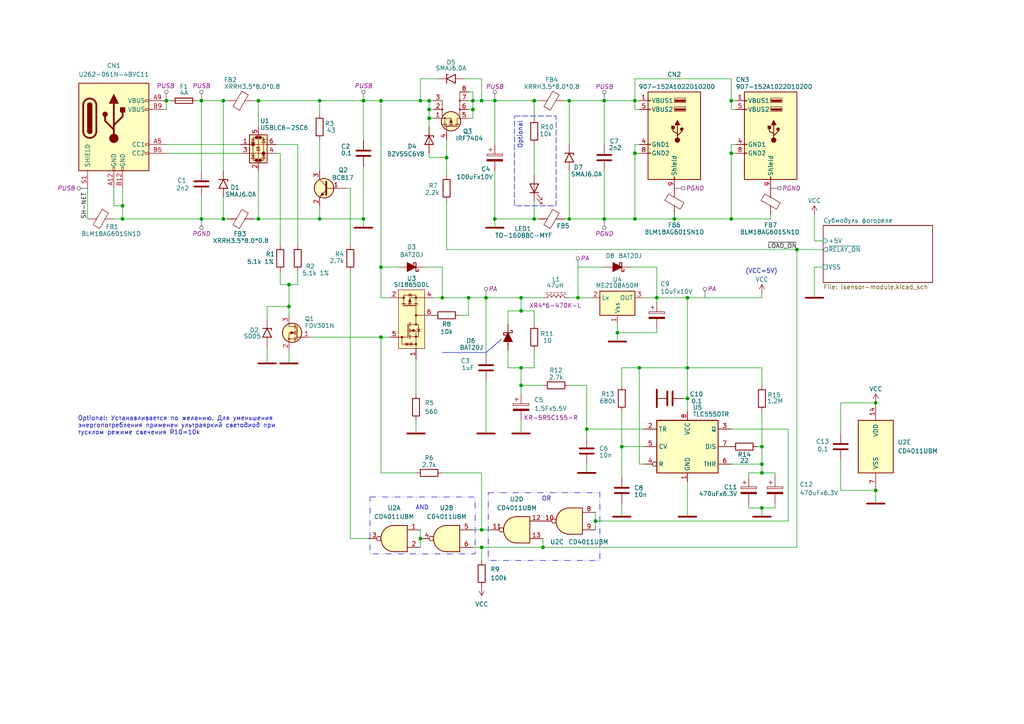
<source format=kicad_sch>
(kicad_sch (version 20231120) (generator "eeschema") (generator_version "8.0")
  (paper "A4")
  (title_block (title "Высокочувствительное фотореле с микропотреблением") (date "2024-05-12") (rev "1.0") (comment 1 "Э04.01.01 Э3") (comment 2 "В.Иншаков"))
  (junction (at 220.98 134.62))
  (junction (at 167.64 86.36))
  (junction (at 184.15 63.5))
  (junction (at 124.46 31.75))
  (junction (at 165.1 29.21))
  (junction (at 154.94 63.5))
  (junction (at 190.5 86.36))
  (junction (at 184.15 29.21))
  (junction (at 110.49 29.21))
  (junction (at 180.34 129.54))
  (junction (at 175.26 63.5))
  (junction (at 212.09 44.45))
  (junction (at 165.1 63.5))
  (junction (at 129.54 45.72))
  (junction (at 139.7 153.67))
  (junction (at 105.41 29.21))
  (junction (at 121.92 29.21))
  (junction (at 151.13 90.17))
  (junction (at 124.46 29.21))
  (junction (at 185.42 106.68))
  (junction (at 220.98 147.32))
  (junction (at 121.92 156.21))
  (junction (at 139.7 29.21))
  (junction (at 83.82 82.55))
  (junction (at 48.26 29.21))
  (junction (at 58.42 63.5))
  (junction (at 110.49 77.47))
  (junction (at 92.71 29.21))
  (junction (at 140.97 86.36))
  (junction (at 143.51 63.5))
  (junction (at 143.51 29.21))
  (junction (at 64.77 29.21))
  (junction (at 124.46 34.29))
  (junction (at 110.49 97.79))
  (junction (at 64.77 63.5))
  (junction (at 175.26 29.21))
  (junction (at 220.98 129.54))
  (junction (at 157.48 158.75))
  (junction (at 58.42 29.21))
  (junction (at 151.13 111.76))
  (junction (at 151.13 106.68))
  (junction (at 128.27 86.36))
  (junction (at 199.39 115.57))
  (junction (at 179.07 96.52))
  (junction (at 220.98 137.16))
  (junction (at 199.39 86.36))
  (junction (at 154.94 29.21))
  (junction (at 195.58 63.5))
  (junction (at 231.14 72.39))
  (junction (at 35.56 59.69))
  (junction (at 137.16 29.21))
  (junction (at 105.41 63.5))
  (junction (at 172.72 151.13))
  (junction (at 254 116.84))
  (junction (at 83.82 88.9))
  (junction (at 137.16 31.75))
  (junction (at 170.18 124.46))
  (junction (at 92.71 63.5))
  (junction (at 254 142.24))
  (junction (at 139.7 158.75))
  (junction (at 151.13 86.36))
  (junction (at 135.89 86.36))
  (junction (at 74.93 63.5))
  (junction (at 35.56 63.5))
  (junction (at 184.15 44.45))
  (junction (at 212.09 63.5))
  (junction (at 74.93 29.21))
  (junction (at 199.39 106.68))
  (junction (at 212.09 29.21))
  (wire (pts (xy 137.16 31.75) (xy 137.16 29.21)))
  (wire (pts (xy 199.39 106.68) (xy 199.39 115.57)))
  (wire (pts (xy 105.41 48.26) (xy 105.41 63.5)))
  (wire (pts (xy 110.49 77.47) (xy 110.49 29.21)))
  (wire (pts (xy 120.65 137.16) (xy 110.49 137.16)))
  (wire (pts (xy 175.26 41.91) (xy 175.26 29.21)))
  (wire (pts (xy 121.92 153.67) (xy 121.92 156.21)))
  (wire (pts (xy 110.49 29.21) (xy 121.92 29.21)))
  (wire (pts (xy 129.54 72.39) (xy 231.14 72.39)))
  (wire (pts (xy 220.98 147.32) (xy 224.79 147.32)))
  (wire (pts (xy 236.22 77.47) (xy 238.76 77.47)))
  (wire (pts (xy 212.09 31.75) (xy 213.36 31.75)))
  (wire (pts (xy 243.84 142.24) (xy 254 142.24)))
  (wire (pts (xy 35.56 63.5) (xy 58.42 63.5)))
  (wire (pts (xy 231.14 72.39) (xy 238.76 72.39)))
  (wire (pts (xy 86.36 82.55) (xy 86.36 78.74)))
  (wire (pts (xy 231.14 72.39) (xy 231.14 158.75)))
  (wire (pts (xy 77.47 92.71) (xy 77.47 88.9)))
  (wire (pts (xy 212.09 63.5) (xy 223.52 63.5)))
  (wire (pts (xy 73.66 29.21) (xy 74.93 29.21)))
  (wire (pts (xy 151.13 111.76) (xy 157.48 111.76)))
  (wire (pts (xy 165.1 29.21) (xy 175.26 29.21)))
  (wire (pts (xy 182.88 77.47) (xy 190.5 77.47)))
  (wire (pts (xy 220.98 137.16) (xy 224.79 137.16)))
  (wire (pts (xy 172.72 151.13) (xy 172.72 153.67)))
  (wire (pts (xy 236.22 77.47) (xy 236.22 86.36)))
  (wire (pts (xy 80.01 41.91) (xy 86.36 41.91)))
  (wire (pts (xy 165.1 63.5) (xy 175.26 63.5)))
  (wire (pts (xy 243.84 116.84) (xy 254 116.84)))
  (wire (pts (xy 180.34 138.43) (xy 180.34 129.54)))
  (wire (pts (xy 137.16 34.29) (xy 137.16 31.75)))
  (wire (pts (xy 186.69 86.36) (xy 190.5 86.36)))
  (wire (pts (xy 64.77 29.21) (xy 64.77 49.53)))
  (wire (pts (xy 212.09 124.46) (xy 228.6 124.46)))
  (wire (pts (xy 163.83 29.21) (xy 165.1 29.21)))
  (wire (pts (xy 151.13 86.36) (xy 157.48 86.36)))
  (wire (pts (xy 137.16 26.67) (xy 135.89 26.67)))
  (wire (pts (xy 165.1 86.36) (xy 167.64 86.36)))
  (wire (pts (xy 220.98 147.32) (xy 220.98 149.86)))
  (wire (pts (xy 140.97 102.87) (xy 140.97 86.36)))
  (wire (pts (xy 125.73 86.36) (xy 128.27 86.36)))
  (wire (pts (xy 139.7 29.21) (xy 137.16 29.21)))
  (wire (pts (xy 172.72 148.59) (xy 172.72 151.13)))
  (wire (pts (xy 170.18 124.46) (xy 170.18 111.76)))
  (wire (pts (xy 110.49 97.79) (xy 110.49 137.16)))
  (wire (pts (xy 224.79 137.16) (xy 224.79 138.43)))
  (polyline (pts (xy 145.415 98.425) (xy 140.97 102.235)))
  (wire (pts (xy 184.15 44.45) (xy 185.42 44.45)))
  (wire (pts (xy 220.98 85.09) (xy 220.98 86.36)))
  (wire (pts (xy 135.89 29.21) (xy 137.16 29.21)))
  (wire (pts (xy 220.98 119.38) (xy 220.98 129.54)))
  (wire (pts (xy 83.82 82.55) (xy 86.36 82.55)))
  (wire (pts (xy 243.84 133.35) (xy 243.84 142.24)))
  (wire (pts (xy 220.98 129.54) (xy 220.98 134.62)))
  (wire (pts (xy 125.73 34.29) (xy 124.46 34.29)))
  (wire (pts (xy 184.15 31.75) (xy 184.15 29.21)))
  (wire (pts (xy 185.42 31.75) (xy 184.15 31.75)))
  (wire (pts (xy 151.13 90.17) (xy 154.94 90.17)))
  (wire (pts (xy 143.51 41.91) (xy 143.51 29.21)))
  (wire (pts (xy 212.09 44.45) (xy 213.36 44.45)))
  (wire (pts (xy 175.26 77.47) (xy 167.64 77.47)))
  (wire (pts (xy 139.7 158.75) (xy 157.48 158.75)))
  (wire (pts (xy 137.16 153.67) (xy 139.7 153.67)))
  (wire (pts (xy 105.41 29.21) (xy 110.49 29.21)))
  (wire (pts (xy 184.15 44.45) (xy 184.15 63.5)))
  (wire (pts (xy 228.6 124.46) (xy 228.6 151.13)))
  (wire (pts (xy 73.66 63.5) (xy 74.93 63.5)))
  (wire (pts (xy 186.69 134.62) (xy 185.42 134.62)))
  (wire (pts (xy 140.97 110.49) (xy 140.97 125.73)))
  (wire (pts (xy 124.46 34.29) (xy 124.46 36.83)))
  (wire (pts (xy 135.89 34.29) (xy 137.16 34.29)))
  (wire (pts (xy 58.42 57.15) (xy 58.42 63.5)))
  (wire (pts (xy 124.46 34.29) (xy 124.46 31.75)))
  (wire (pts (xy 184.15 22.86) (xy 184.15 29.21)))
  (wire (pts (xy 25.4 54.61) (xy 25.4 63.5)))
  (wire (pts (xy 184.15 41.91) (xy 184.15 44.45)))
  (wire (pts (xy 175.26 63.5) (xy 184.15 63.5)))
  (wire (pts (xy 58.42 29.21) (xy 58.42 49.53)))
  (wire (pts (xy 190.5 86.36) (xy 199.39 86.36)))
  (wire (pts (xy 254 142.24) (xy 254 146.05)))
  (wire (pts (xy 172.72 151.13) (xy 228.6 151.13)))
  (wire (pts (xy 224.79 147.32) (xy 224.79 146.05)))
  (wire (pts (xy 74.93 63.5) (xy 92.71 63.5)))
  (wire (pts (xy 58.42 29.21) (xy 64.77 29.21)))
  (wire (pts (xy 185.42 106.68) (xy 199.39 106.68)))
  (wire (pts (xy 81.28 44.45) (xy 81.28 71.12)))
  (wire (pts (xy 124.46 29.21) (xy 124.46 31.75)))
  (wire (pts (xy 101.6 78.74) (xy 101.6 156.21)))
  (wire (pts (xy 180.34 129.54) (xy 186.69 129.54)))
  (wire (pts (xy 139.7 29.21) (xy 143.51 29.21)))
  (wire (pts (xy 66.04 29.21) (xy 64.77 29.21)))
  (wire (pts (xy 195.58 62.23) (xy 195.58 63.5)))
  (wire (pts (xy 124.46 31.75) (xy 125.73 31.75)))
  (wire (pts (xy 212.09 29.21) (xy 212.09 31.75)))
  (wire (pts (xy 48.26 44.45) (xy 69.85 44.45)))
  (wire (pts (xy 121.92 22.86) (xy 127 22.86)))
  (wire (pts (xy 57.15 29.21) (xy 58.42 29.21)))
  (wire (pts (xy 212.09 44.45) (xy 212.09 63.5)))
  (wire (pts (xy 217.17 138.43) (xy 217.17 137.16)))
  (wire (pts (xy 137.16 29.21) (xy 137.16 26.67)))
  (wire (pts (xy 90.17 97.79) (xy 110.49 97.79)))
  (wire (pts (xy 81.28 78.74) (xy 81.28 82.55)))
  (wire (pts (xy 110.49 77.47) (xy 115.57 77.47)))
  (wire (pts (xy 190.5 87.63) (xy 190.5 86.36)))
  (wire (pts (xy 121.92 156.21) (xy 121.92 158.75)))
  (wire (pts (xy 154.94 63.5) (xy 156.21 63.5)))
  (wire (pts (xy 83.82 82.55) (xy 83.82 88.9)))
  (wire (pts (xy 217.17 146.05) (xy 217.17 147.32)))
  (wire (pts (xy 101.6 54.61) (xy 101.6 71.12)))
  (wire (pts (xy 120.65 114.3) (xy 120.65 104.14)))
  (wire (pts (xy 143.51 63.5) (xy 143.51 49.53)))
  (wire (pts (xy 134.62 22.86) (xy 139.7 22.86)))
  (wire (pts (xy 151.13 106.68) (xy 154.94 106.68)))
  (wire (pts (xy 101.6 156.21) (xy 106.68 156.21)))
  (wire (pts (xy 139.7 137.16) (xy 139.7 153.67)))
  (wire (pts (xy 133.35 91.44) (xy 135.89 91.44)))
  (wire (pts (xy 236.22 69.85) (xy 238.76 69.85)))
  (wire (pts (xy 110.49 86.36) (xy 110.49 77.47)))
  (wire (pts (xy 92.71 40.64) (xy 92.71 49.53)))
  (wire (pts (xy 129.54 40.64) (xy 129.54 45.72)))
  (wire (pts (xy 110.49 97.79) (xy 113.03 97.79)))
  (wire (pts (xy 137.16 158.75) (xy 139.7 158.75)))
  (wire (pts (xy 154.94 29.21) (xy 156.21 29.21)))
  (wire (pts (xy 223.52 62.23) (xy 223.52 63.5)))
  (wire (pts (xy 143.51 29.21) (xy 154.94 29.21)))
  (wire (pts (xy 128.27 77.47) (xy 123.19 77.47)))
  (wire (pts (xy 154.94 34.29) (xy 154.94 29.21)))
  (wire (pts (xy 151.13 106.68) (xy 151.13 111.76)))
  (wire (pts (xy 180.34 106.68) (xy 185.42 106.68)))
  (wire (pts (xy 212.09 41.91) (xy 212.09 44.45)))
  (wire (pts (xy 58.42 63.5) (xy 64.77 63.5)))
  (wire (pts (xy 163.83 63.5) (xy 165.1 63.5)))
  (wire (pts (xy 170.18 111.76) (xy 165.1 111.76)))
  (wire (pts (xy 185.42 134.62) (xy 185.42 106.68)))
  (wire (pts (xy 220.98 106.68) (xy 199.39 106.68)))
  (wire (pts (xy 180.34 111.76) (xy 180.34 106.68)))
  (wire (pts (xy 170.18 134.62) (xy 170.18 137.16)))
  (wire (pts (xy 213.36 29.21) (xy 212.09 29.21)))
  (polyline (pts (xy 140.97 102.235) (xy 128.27 102.235)))
  (wire (pts (xy 180.34 149.86) (xy 180.34 146.05)))
  (wire (pts (xy 35.56 59.69) (xy 35.56 63.5)))
  (wire (pts (xy 157.48 158.75) (xy 157.48 156.21)))
  (wire (pts (xy 175.26 49.53) (xy 175.26 63.5)))
  (wire (pts (xy 135.89 86.36) (xy 140.97 86.36)))
  (wire (pts (xy 184.15 63.5) (xy 195.58 63.5)))
  (wire (pts (xy 33.02 54.61) (xy 33.02 59.69)))
  (wire (pts (xy 135.89 91.44) (xy 135.89 86.36)))
  (wire (pts (xy 154.94 41.91) (xy 154.94 50.8)))
  (wire (pts (xy 213.36 41.91) (xy 212.09 41.91)))
  (wire (pts (xy 139.7 22.86) (xy 139.7 29.21)))
  (wire (pts (xy 151.13 111.76) (xy 151.13 114.3)))
  (wire (pts (xy 190.5 77.47) (xy 190.5 86.36)))
  (wire (pts (xy 147.32 93.98) (xy 147.32 90.17)))
  (wire (pts (xy 212.09 134.62) (xy 220.98 134.62)))
  (wire (pts (xy 83.82 88.9) (xy 83.82 91.44)))
  (wire (pts (xy 217.17 147.32) (xy 220.98 147.32)))
  (wire (pts (xy 175.26 29.21) (xy 184.15 29.21)))
  (wire (pts (xy 100.33 54.61) (xy 101.6 54.61)))
  (wire (pts (xy 199.39 115.57) (xy 199.39 119.38)))
  (wire (pts (xy 195.58 63.5) (xy 212.09 63.5)))
  (wire (pts (xy 92.71 29.21) (xy 105.41 29.21)))
  (wire (pts (xy 157.48 158.75) (xy 231.14 158.75)))
  (wire (pts (xy 48.26 41.91) (xy 69.85 41.91)))
  (wire (pts (xy 81.28 82.55) (xy 83.82 82.55)))
  (wire (pts (xy 92.71 29.21) (xy 92.71 33.02)))
  (wire (pts (xy 190.5 95.25) (xy 190.5 96.52)))
  (wire (pts (xy 86.36 41.91) (xy 86.36 71.12)))
  (wire (pts (xy 74.93 29.21) (xy 92.71 29.21)))
  (wire (pts (xy 143.51 66.04) (xy 143.51 63.5)))
  (wire (pts (xy 217.17 137.16) (xy 220.98 137.16)))
  (wire (pts (xy 129.54 58.42) (xy 129.54 72.39)))
  (wire (pts (xy 219.71 129.54) (xy 220.98 129.54)))
  (wire (pts (xy 120.65 121.92) (xy 120.65 125.73)))
  (wire (pts (xy 64.77 57.15) (xy 64.77 63.5)))
  (wire (pts (xy 198.12 115.57) (xy 199.39 115.57)))
  (wire (pts (xy 147.32 101.6) (xy 147.32 106.68)))
  (wire (pts (xy 121.92 22.86) (xy 121.92 29.21)))
  (wire (pts (xy 199.39 86.36) (xy 199.39 106.68)))
  (wire (pts (xy 105.41 63.5) (xy 92.71 63.5)))
  (wire (pts (xy 33.02 63.5) (xy 35.56 63.5)))
  (wire (pts (xy 129.54 45.72) (xy 124.46 45.72)))
  (wire (pts (xy 110.49 86.36) (xy 113.03 86.36)))
  (wire (pts (xy 139.7 153.67) (xy 142.24 153.67)))
  (wire (pts (xy 212.09 22.86) (xy 184.15 22.86)))
  (wire (pts (xy 128.27 86.36) (xy 128.27 77.47)))
  (wire (pts (xy 139.7 158.75) (xy 139.7 162.56)))
  (wire (pts (xy 128.27 137.16) (xy 139.7 137.16)))
  (wire (pts (xy 77.47 100.33) (xy 77.47 105.41)))
  (wire (pts (xy 124.46 45.72) (xy 124.46 44.45)))
  (wire (pts (xy 199.39 86.36) (xy 220.98 86.36)))
  (wire (pts (xy 80.01 44.45) (xy 81.28 44.45)))
  (wire (pts (xy 48.26 29.21) (xy 49.53 29.21)))
  (wire (pts (xy 74.93 29.21) (xy 74.93 36.83)))
  (wire (pts (xy 154.94 58.42) (xy 154.94 63.5)))
  (wire (pts (xy 92.71 59.69) (xy 92.71 63.5)))
  (wire (pts (xy 170.18 127) (xy 170.18 124.46)))
  (wire (pts (xy 243.84 125.73) (xy 243.84 116.84)))
  (wire (pts (xy 236.22 69.85) (xy 236.22 62.23)))
  (wire (pts (xy 184.15 41.91) (xy 185.42 41.91)))
  (wire (pts (xy 184.15 29.21) (xy 185.42 29.21)))
  (wire (pts (xy 154.94 106.68) (xy 154.94 101.6)))
  (wire (pts (xy 212.09 29.21) (xy 212.09 22.86)))
  (wire (pts (xy 77.47 88.9) (xy 83.82 88.9)))
  (wire (pts (xy 220.98 134.62) (xy 220.98 137.16)))
  (wire (pts (xy 35.56 59.69) (xy 35.56 54.61)))
  (wire (pts (xy 147.32 90.17) (xy 151.13 90.17)))
  (wire (pts (xy 121.92 29.21) (xy 124.46 29.21)))
  (wire (pts (xy 105.41 63.5) (xy 105.41 66.04)))
  (wire (pts (xy 135.89 31.75) (xy 137.16 31.75)))
  (wire (pts (xy 74.93 49.53) (xy 74.93 63.5)))
  (wire (pts (xy 128.27 86.36) (xy 135.89 86.36)))
  (wire (pts (xy 147.32 106.68) (xy 151.13 106.68)))
  (wire (pts (xy 170.18 124.46) (xy 186.69 124.46)))
  (wire (pts (xy 179.07 99.06) (xy 179.07 96.52)))
  (wire (pts (xy 167.64 86.36) (xy 171.45 86.36)))
  (wire (pts (xy 48.26 29.21) (xy 48.26 31.75)))
  (wire (pts (xy 180.34 119.38) (xy 180.34 129.54)))
  (wire (pts (xy 165.1 41.91) (xy 165.1 29.21)))
  (wire (pts (xy 154.94 93.98) (xy 154.94 90.17)))
  (wire (pts (xy 151.13 90.17) (xy 151.13 86.36)))
  (wire (pts (xy 151.13 121.92) (xy 151.13 125.73)))
  (wire (pts (xy 66.04 63.5) (xy 64.77 63.5)))
  (wire (pts (xy 33.02 59.69) (xy 35.56 59.69)))
  (wire (pts (xy 105.41 29.21) (xy 105.41 40.64)))
  (wire (pts (xy 165.1 49.53) (xy 165.1 63.5)))
  (wire (pts (xy 83.82 101.6) (xy 83.82 105.41)))
  (wire (pts (xy 179.07 96.52) (xy 190.5 96.52)))
  (wire (pts (xy 140.97 86.36) (xy 151.13 86.36)))
  (wire (pts (xy 129.54 45.72) (xy 129.54 50.8)))
  (wire (pts (xy 199.39 149.86) (xy 199.39 139.7)))
  (wire (pts (xy 125.73 29.21) (xy 124.46 29.21)))
  (wire (pts (xy 143.51 63.5) (xy 154.94 63.5)))
  (wire (pts (xy 220.98 111.76) (xy 220.98 106.68)))
  (wire (pts (xy 167.64 77.47) (xy 167.64 86.36)))
  (wire (pts (xy 179.07 96.52) (xy 179.07 93.98)))
  (rectangle (start 107.315 144.145) (end 137.795 160.655) (stroke (width 0) (type dash_dot_dot)))
  (rectangle (start 149.225 33.655) (end 161.29 59.69) (stroke (width 0) (type dash)))
  (rectangle (start 141.605 142.875) (end 173.99 162.56) (stroke (width 0) (type dash_dot_dot)))
  (text_box "\nOptional: Устанавливается по желанию. Для уменьшения энергопотребления применен ультраяркий светодиод при тусклом режиме свечения R10=${507431df-4b9d-46dd-b7d2-ad6650b298d5:VALUE} " (exclude_from_sim yes) (at 21.59 117.475 0) (size 66.675 71.12) (stroke (width -0.0001)) (effects (font (size 1.27 1.27)) (justify left top)))
  (text "OR" (at 158.496 144.018 0) (effects (font (size 1.27 1.27)) (justify top)))
  (text "Optional" (exclude_from_sim yes) (at 151.638 35.052 90) (effects (font (size 1.27 1.27)) (justify right bottom)))
  (text "AND" (at 122.428 148.082 0) (effects (font (size 1.27 1.27)) (justify bottom)))
  (text "(VCC=5V)" (exclude_from_sim yes) (at 216.154 78.74 0) (effects (font (size 1.27 1.27)) (justify left)))
  (label "SH-NET" (at 25.4 63.5 90))
  (label "~{LOAD_ON}" (at 231.14 72.39 180))
  (netclass_flag "" (length 2.54) (shape round) (at 167.64 77.47 0) (property "Netclass" "PA" (at 168.3385 74.93 0) (effects (font (italic yes)) (justify left))))
  (netclass_flag "" (length 2.54) (shape round) (at 58.42 29.21 0) (property "Netclass" "PUSB" (at 58.42 25.654 0) (effects (font (italic yes)) (justify bottom))))
  (netclass_flag "" (length 2.54) (shape round) (at 223.52 54.61 270) (property "Netclass" "PGND" (at 226.822 54.61 0) (effects (font (italic yes)) (justify left))))
  (netclass_flag "" (length 2.54) (shape round) (at 58.42 63.5 180) (property "Netclass" "PGND" (at 58.42 67.056 0) (effects (font (italic yes)) (justify top))))
  (netclass_flag "" (length 2.54) (shape round) (at 204.47 86.36 0) (property "Netclass" "PA" (at 205.1685 83.82 0) (effects (font (italic yes)) (justify left))))
  (netclass_flag "" (length 2.54) (shape round) (at 175.26 29.21 0) (property "Netclass" "PUSB" (at 175.26 25.146 0) (effects (font (italic yes)))))
  (netclass_flag "" (length 2.54) (shape round) (at 48.26 29.21 0) (property "Netclass" "PUSB" (at 48.006 25.654 0) (effects (font (italic yes)) (justify bottom))))
  (netclass_flag "" (length 2.54) (shape round) (at 175.26 63.5 180) (property "Netclass" "PGND" (at 175.26 67.818 0) (effects (font (italic yes)))))
  (netclass_flag "" (length 2.54) (shape round) (at 195.58 54.61 270) (property "Netclass" "PGND" (at 198.882 54.61 0) (effects (font (italic yes)) (justify left))))
  (netclass_flag "" (length 2.54) (shape round) (at 105.41 29.21 0) (property "Netclass" "PUSB" (at 105.41 25.654 0) (effects (font (italic yes)) (justify bottom))))
  (netclass_flag "" (length 2.54) (shape round) (at 143.51 29.21 0) (property "Netclass" "PUSB" (at 143.51 25.146 0) (effects (font (italic yes)))))
  (netclass_flag "" (length 2.54) (shape round) (at 140.97 86.36 0) (property "Netclass" "PA" (at 141.6685 83.82 0) (effects (font (italic yes)) (justify left))))
  (netclass_flag "" (length 2.54) (shape round) (at 25.4 54.61 90) (property "Netclass" "PUSB" (at 21.844 54.61 0) (effects (font (italic yes)) (justify right))))
  (symbol (lib_id "PCM_Generic:P,0") (at 236.22 86.36 0) (unit 1)
    (property "Reference" "#PWR017" (effects (hide yes)))
    (property "Value" "GNDE" (effects (hide yes)))
    (property "Description" "global node 0; simplified functional (equipotential) bonding (FB); simplified frame/chassis" (effects (hide yes)))
  )
  (symbol (lib_id "Connector:USB_A_Stacked") (at 195.58 39.37 0) (mirror y) (unit 1)
    (property "Reference" "CN2" (at 195.58 21.59 0))
    (property "Value" "907-152A1022D10200" (at 185.166 25.146 0) (effects (justify right)))
    (property "Footprint" "lib:USB_A_DUAL_PORT_Horizontal_Stacked" (effects (hide yes)))
    (property "Description" "USB Type A connector, stacked" (effects (hide yes)))
  )
  (symbol (lib_id "Device:FerriteBead") (at 69.85 29.21 90) (unit 1)
    (property "Reference" "FB2" (at 66.802 23.876 90) (effects (justify top)))
    (property "Value" "XRRH3.5*8.0*0.8" (at 73.152 24.384 90) (effects (justify bottom)))
    (property "Footprint" "PCM_Ferrite_THT_AKL:Ferrite_L8.0mm_D3.5mm_P3.81mm_Vertical" (effects (hide yes)))
    (property "Description" "Ferrite bead" (effects (hide yes)))
  )
  (symbol (lib_id "Device:FerriteBead") (at 195.58 58.42 180) (unit 1)
    (property "Reference" "FB6" (at 195.58 65.278 0))
    (property "Value" "BLM18AG601SN1D" (at 195.58 67.31 0))
    (property "Footprint" "Inductor_SMD:L_0603_1608Metric" (effects (hide yes)))
    (property "Description" "Ferrite bead 0603 600Ohm/100MHz" (effects (hide yes)))
  )
  (symbol (lib_id "LightRelay:SI1865DDL_R") (at 119.38 91.44 0) (mirror y) (unit 1)
    (property "Reference" "U3" (at 119.38 80.772 0))
    (property "Value" "SI1865DDL" (at 119.38 82.55 0))
    (property "Footprint" "Package_TO_SOT_SMD:SOT-363_SC-70-6" (effects (hide yes)))
    (property "Datasheet" "https://techpublic.com/storage/pdf/20230504/kWOBdbChctFrhMDd.pdf" (effects (hide yes)))
    (property "Description" "Load Switch with Level Shift" (effects (hide yes)))
  )
  (symbol (lib_id "Device:FerriteBead") (at 69.85 63.5 90) (unit 1)
    (property "Reference" "FB3" (at 69.596 68.58 90) (effects (justify top)))
    (property "Value" "XRRH3.5*8.0*0.8" (at 69.85 69.088 90) (effects (justify bottom)))
    (property "Footprint" "PCM_Ferrite_THT_AKL:Ferrite_L8.0mm_D3.5mm_P3.81mm_Vertical" (effects (hide yes)))
    (property "Description" "Ferrite bead" (effects (hide yes)))
  )
  (symbol (lib_id "Device:Fuse") (at 53.34 29.21 90) (unit 1)
    (property "Reference" "F1" (at 53.34 25.146 90))
    (property "Value" "4A" (at 53.34 26.924 90))
    (property "Footprint" "Fuse:Fuse_1206_3216Metric_Pad1.42x1.75mm_HandSolder" (effects (hide yes)))
    (property "Description" "Littelfuse axial lead 3.6x10 mm" (effects (hide yes)))
  )
  (symbol (lib_id "PCM_Generic:P,0") (at 83.82 105.41 0) (unit 1)
    (property "Reference" "#PWR02" (effects (hide yes)))
    (property "Value" "GNDE" (effects (hide yes)))
    (property "Description" "global node 0; simplified functional (equipotential) bonding (FB); simplified frame/chassis" (effects (hide yes)))
  )
  (symbol (lib_id "4xxx:4011") (at 149.86 153.67 0) (mirror y) (unit 4)
    (property "Reference" "U2" (at 149.8683 144.78 0))
    (property "Value" "CD4011UBM" (at 149.8683 147.32 0))
    (property "Footprint" "Package_SO:SOIC-14_3.9x8.7mm_P1.27mm" (effects (hide yes)))
    (property "Datasheet" "http://www.intersil.com/content/dam/Intersil/documents/cd40/cd4011bms-12bms-23bms.pdf" (effects (hide yes)))
    (property "Description" "Quad Nand 2 inputs" (effects (hide yes)))
  )
  (symbol (lib_id "Device:C") (at 58.42 53.34 0) (unit 1) (exclude_from_sim yes)
    (property "Reference" "C1" (at 54.102 53.086 0) (effects (justify right bottom)))
    (property "Value" "2n2" (at 54.864 53.848 0) (effects (justify right top)))
    (property "Footprint" "PCM_Capacitor_THT_AKL:C_Disc_D7.5mm_W5.0mm_P7.50mm" (effects (hide yes)))
    (property "Description" "Safety Y disk capacitor" (effects (hide yes)))
    (property "Part Number" "CY2222MD1PEE47J2A8" (effects (hide yes)))
  )
  (symbol (lib_id "Device:FerriteBead") (at 29.21 63.5 270) (unit 1)
    (property "Reference" "FB1" (at 32.512 65.786 90))
    (property "Value" "BLM18AG601SN1D" (at 32.258 67.818 90))
    (property "Footprint" "Inductor_SMD:L_0603_1608Metric" (effects (hide yes)))
    (property "Description" "Ferrite bead 0603 600Ohm/100MHz" (effects (hide yes)))
  )
  (symbol (lib_id "PCM_Generic:P,0") (at 254 146.05 0) (unit 1)
    (property "Reference" "#PWR019" (effects (hide yes)))
    (property "Value" "GNDE" (effects (hide yes)))
    (property "Description" "global node 0; simplified functional (equipotential) bonding (FB); simplified frame/chassis" (effects (hide yes)))
  )
  (symbol (lib_id "Device:R") (at 86.36 74.93 0) (unit 1)
    (property "Reference" "R2" (at 88.646 77.978 0) (effects (justify left bottom)))
    (property "Value" "5.1k 1%" (at 87.63 78.486 0) (effects (justify left top)))
    (property "Footprint" "PCM_Resistor_SMD_AKL:R_0603_1608Metric_Pad0.98x0.95mm" (effects (hide yes)))
    (property "Description" "Resistor 1%" (effects (hide yes)))
  )
  (symbol (lib_id "PCM_Generic:P,0") (at 180.34 149.86 0) (unit 1)
    (property "Reference" "#PWR011" (effects (hide yes)))
    (property "Value" "GNDE" (effects (hide yes)))
    (property "Description" "global node 0; simplified functional (equipotential) bonding (FB); simplified frame/chassis" (effects (hide yes)))
  )
  (symbol (lib_id "Device:C_Polarized") (at 224.79 142.24 0) (unit 1)
    (property "Reference" "C12" (at 231.902 141.224 0) (effects (justify left bottom)))
    (property "Value" "470uFx6.3V" (at 231.902 142.24 0) (effects (justify left top)))
    (property "Footprint" "Capacitor_Tantalum_SMD:CP_EIA-7343-31_Kemet-D_Pad2.25x2.55mm_HandSolder" (effects (hide yes)))
    (property "Description" "Polarized tantalum capacitor (case D)" (effects (hide yes)))
    (property "Part Number" "TAJD477K006RNJ" (effects (hide yes)))
  )
  (symbol (lib_id "4xxx:4011") (at 114.3 156.21 0) (mirror y) (unit 1)
    (property "Reference" "U2" (at 114.3083 147.32 0))
    (property "Value" "CD4011UBM" (at 114.3083 149.86 0))
    (property "Footprint" "Package_SO:SOIC-14_3.9x8.7mm_P1.27mm" (effects (hide yes)))
    (property "Datasheet" "http://www.intersil.com/content/dam/Intersil/documents/cd40/cd4011bms-12bms-23bms.pdf" (effects (hide yes)))
    (property "Description" "Quad Nand 2 inputs" (effects (hide yes)))
  )
  (symbol (lib_id "Diode:BZV55C6V8") (at 124.46 40.64 270) (unit 1) (exclude_from_sim yes)
    (property "Reference" "D4" (at 120.904 43.18 90) (effects (justify right bottom)))
    (property "Value" "BZV55C6V8" (at 123.19 43.942 90) (effects (justify right top)))
    (property "Footprint" "Diode_SMD:D_MiniMELF" (effects (hide yes)))
    (property "Datasheet" "https://assets.nexperia.com/documents/data-sheet/BZV55_SER.pdf" (effects (hide yes)))
    (property "Description" "6.8V, 500mW, 5%, Zener diode, MiniMELF" (effects (hide yes)))
  )
  (symbol (lib_id "Device:R") (at 124.46 137.16 90) (unit 1)
    (property "Reference" "R6" (at 124.46 132.08 90) (effects (justify bottom)))
    (property "Value" "2.7k" (at 124.46 134.112 90) (effects (justify bottom)))
    (property "Footprint" "PCM_Resistor_SMD_AKL:R_0603_1608Metric_Pad0.98x0.95mm" (effects (hide yes)))
    (property "Description" "Resistor" (effects (hide yes)))
  )
  (symbol (lib_id "PCM_Generic:P,0") (at 120.65 125.73 0) (unit 1)
    (property "Reference" "#PWR04" (effects (hide yes)))
    (property "Value" "GNDE" (effects (hide yes)))
    (property "Description" "global node 0; simplified functional (equipotential) bonding (FB); simplified frame/chassis" (effects (hide yes)))
  )
  (symbol (lib_id "Device:C") (at 243.84 129.54 0) (unit 1)
    (property "Reference" "C13" (at 240.538 128.778 0) (effects (justify right bottom)))
    (property "Value" "0.1" (at 240.284 129.54 0) (effects (justify right top)))
    (property "Footprint" "Capacitor_SMD:C_0603_1608Metric" (effects (hide yes)))
    (property "Description" "Unpolarized capacitor" (effects (hide yes)))
  )
  (symbol (lib_id "Device:C") (at 140.97 106.68 0) (unit 1)
    (property "Reference" "C3" (at 133.604 104.648 0) (effects (justify left)))
    (property "Value" "1uF" (at 133.858 106.68 0) (effects (justify left)))
    (property "Footprint" "Capacitor_SMD:C_0805_2012Metric" (effects (hide yes)))
    (property "Description" "Unpolarized capacitor" (effects (hide yes)))
  )
  (symbol (lib_id "PCM_Generic:P,0") (at 140.97 125.73 0) (unit 1)
    (property "Reference" "#PWR06" (effects (hide yes)))
    (property "Value" "GNDE" (effects (hide yes)))
    (property "Description" "global node 0; simplified functional (equipotential) bonding (FB); simplified frame/chassis" (effects (hide yes)))
  )
  (symbol (lib_id "Device:R") (at 180.34 115.57 180) (unit 1)
    (property "Reference" "R13" (at 176.276 114.3 0))
    (property "Value" "680k" (at 176.276 116.332 0))
    (property "Footprint" "PCM_Resistor_SMD_AKL:R_0603_1608Metric_Pad0.98x0.95mm" (effects (hide yes)))
    (property "Description" "Resistor" (effects (hide yes)))
  )
  (symbol (lib_id "Device:R") (at 220.98 115.57 180) (unit 1)
    (property "Reference" "R15" (at 224.536 114.554 0))
    (property "Value" "1.2M" (at 224.79 116.332 0))
    (property "Footprint" "PCM_Resistor_SMD_AKL:R_0603_1608Metric_Pad0.98x0.95mm" (effects (hide yes)))
    (property "Description" "Resistor" (effects (hide yes)))
  )
  (symbol (lib_id "Device:R") (at 161.29 111.76 90) (unit 1)
    (property "Reference" "R12" (at 161.29 106.68 90) (effects (justify bottom)))
    (property "Value" "2.7k" (at 161.29 108.712 90) (effects (justify bottom)))
    (property "Footprint" "PCM_Resistor_SMD_AKL:R_0603_1608Metric_Pad0.98x0.95mm" (effects (hide yes)))
    (property "Description" "Resistor" (effects (hide yes)))
  )
  (symbol (lib_id "Device:R") (at 154.94 38.1 0) (unit 1)
    (property "Reference" "R10" (at 156.718 36.83 0) (effects (justify left)))
    (property "Value" "10k" (at 156.464 38.862 0) (effects (justify left)))
    (property "Footprint" "Resistor_SMD:R_0603_1608Metric" (effects (hide yes)))
    (property "Description" "Resistor" (effects (hide yes)))
  )
  (symbol (lib_id "power:VCC") (at 236.22 62.23 0) (unit 1)
    (property "Reference" "#PWR016" (effects (hide yes)))
    (property "Value" "VCC" (at 236.22 58.928 0) (effects (justify bottom)))
    (property "Description" "Power symbol creates a global label with name \"VCC\"" (effects (hide yes)))
  )
  (symbol (lib_id "Device:R") (at 101.6 74.93 180) (unit 1)
    (property "Reference" "R4" (at 99.822 74.422 0) (effects (justify left top)))
    (property "Value" "2.7k" (at 99.822 74.93 0) (effects (justify left bottom)))
    (property "Footprint" "PCM_Resistor_SMD_AKL:R_0603_1608Metric_Pad0.98x0.95mm" (effects (hide yes)))
    (property "Description" "Resistor" (effects (hide yes)))
  )
  (symbol (lib_id "Device:LED") (at 154.94 54.61 90) (unit 1)
    (property "Reference" "LED1" (at 151.638 67.056 90) (effects (justify top)))
    (property "Value" "TO-1608BC-MYF" (at 151.892 67.564 90) (effects (justify bottom)))
    (property "Footprint" "LED_SMD:LED_0603_1608Metric_Pad1.05x0.95mm_HandSolder" (effects (hide yes)))
    (property "Description" "Yellow Light emitting diode" (effects (hide yes)))
  )
  (symbol (lib_id "Device:FerriteBead") (at 223.52 58.42 180) (unit 1)
    (property "Reference" "FB7" (at 223.52 65.278 0))
    (property "Value" "BLM18AG601SN1D" (at 223.266 67.31 0))
    (property "Footprint" "Inductor_SMD:L_0603_1608Metric" (effects (hide yes)))
    (property "Description" "Ferrite bead 0603 600Ohm/100MHz" (effects (hide yes)))
  )
  (symbol (lib_name "USB_A_Stacked_1") (lib_id "Connector:USB_A_Stacked") (at 223.52 39.37 0) (mirror y) (unit 1)
    (property "Reference" "CN3" (at 213.36 23.114 0) (effects (justify right)))
    (property "Value" "907-152A1022D10200" (at 213.36 25.146 0) (effects (justify right)))
    (property "Footprint" "lib:USB_A_DUAL_PORT_Horizontal_Stacked" (effects (hide yes)))
    (property "Description" "USB Type A connector, stacked" (effects (hide yes)))
  )
  (symbol (lib_id "PCM_Diode_Schottky_AKL:BAT20J") (at 147.32 97.79 90) (unit 1)
    (property "Reference" "D6" (at 137.922 99.568 90) (effects (justify left top)))
    (property "Value" "BAT20J" (at 140.208 100.076 90) (effects (justify left bottom)))
    (property "Footprint" "Diode_SMD:D_SOD-323_HandSoldering" (effects (hide yes)))
    (property "Datasheet" "https://www.tme.eu/Document/0e41d40b03e8c95ae2fd8af27383fa23/BAT20J.pdf" (effects (hide yes)))
    (property "Description" "SOD-323 Schottky diode, 23V, 1A, Alternate KiCAD Library" (effects (hide yes)))
  )
  (symbol (lib_id "Device:R") (at 129.54 54.61 0) (unit 1)
    (property "Reference" "R7" (at 127 53.848 0) (effects (justify right)))
    (property "Value" "2.2k" (at 127.508 55.88 0) (effects (justify right)))
    (property "Footprint" "Resistor_SMD:R_0603_1608Metric" (effects (hide yes)))
    (property "Description" "Resistor" (effects (hide yes)))
  )
  (symbol (lib_id "Device:R") (at 129.54 91.44 90) (unit 1)
    (property "Reference" "R8" (at 129.54 94.742 90) (effects (justify top)))
    (property "Value" "10k" (at 129.54 95.504 90) (effects (justify bottom)))
    (property "Footprint" "PCM_Resistor_SMD_AKL:R_0603_1608Metric_Pad0.98x0.95mm" (effects (hide yes)))
    (property "Description" "Resistor" (effects (hide yes)))
  )
  (symbol (lib_id "Device:R") (at 92.71 36.83 0) (unit 1)
    (property "Reference" "R3" (at 94.234 36.576 0) (effects (justify left bottom)))
    (property "Value" "43" (at 94.742 37.084 0) (effects (justify left top)))
    (property "Footprint" "Resistor_THT:R_Axial_DIN0309_L9.0mm_D3.2mm_P2.54mm_Vertical" (effects (hide yes)))
    (property "Description" "Resistor" (effects (hide yes)))
  )
  (symbol (lib_id "Device:C") (at 194.31 115.57 90) (unit 1)
    (property "Reference" "C10" (at 203.962 114.3 90) (effects (justify left)))
    (property "Value" "0.1" (at 203.708 116.332 90) (effects (justify left)))
    (property "Footprint" "Capacitor_SMD:C_0603_1608Metric" (effects (hide yes)))
    (property "Description" "Unpolarized capacitor" (effects (hide yes)))
  )
  (symbol (lib_id "4xxx:4011") (at 129.54 156.21 0) (mirror y) (unit 2)
    (property "Reference" "U2" (at 129.5483 147.32 0))
    (property "Value" "CD4011UBM" (at 129.5483 149.86 0))
    (property "Footprint" "Package_SO:SOIC-14_3.9x8.7mm_P1.27mm" (effects (hide yes)))
    (property "Datasheet" "http://www.intersil.com/content/dam/Intersil/documents/cd40/cd4011bms-12bms-23bms.pdf" (effects (hide yes)))
    (property "Description" "Quad Nand 2 inputs" (effects (hide yes)))
  )
  (symbol (lib_id "PCM_Generic:P,0") (at 143.51 66.04 0) (unit 1)
    (property "Reference" "#PWR07" (effects (hide yes)))
    (property "Value" "GNDE" (effects (hide yes)))
    (property "Description" "global node 0; simplified functional (equipotential) bonding (FB); simplified frame/chassis" (effects (hide yes)))
  )
  (symbol (lib_id "Device:C_Polarized") (at 190.5 91.44 0) (unit 1)
    (property "Reference" "C9" (at 191.516 83.058 0) (effects (justify left bottom)))
    (property "Value" "10uFx10V" (at 191.516 83.82 0) (effects (justify left top)))
    (property "Footprint" "Capacitor_Tantalum_SMD:CP_EIA-3216-12_Kemet-S_Pad1.58x1.35mm_HandSolder" (effects (hide yes)))
    (property "Description" "Polarized tantalum capacitor (case A)" (effects (hide yes)))
    (property "Part Number" "TC212A106K010Y" (effects (hide yes)))
  )
  (symbol (lib_id "Device:R") (at 120.65 118.11 0) (unit 1)
    (property "Reference" "R5" (at 123.19 116.8399 0) (effects (justify left)))
    (property "Value" "560" (at 123.19 119.3799 0) (effects (justify left)))
    (property "Footprint" "PCM_Resistor_SMD_AKL:R_0603_1608Metric_Pad0.98x0.95mm" (effects (hide yes)))
    (property "Description" "Resistor" (effects (hide yes)))
  )
  (symbol (lib_id "PCM_Generic:P,0") (at 179.07 99.06 0) (unit 1)
    (property "Reference" "#PWR010" (effects (hide yes)))
    (property "Value" "GNDE" (effects (hide yes)))
    (property "Description" "global node 0; simplified functional (equipotential) bonding (FB); simplified frame/chassis" (effects (hide yes)))
  )
  (symbol (lib_id "power:VCC") (at 220.98 85.09 0) (unit 1)
    (property "Reference" "#PWR014" (effects (hide yes)))
    (property "Value" "VCC" (at 220.98 81.788 0) (effects (justify bottom)))
    (property "Description" "Power symbol creates a global label with name \"VCC\"" (effects (hide yes)))
  )
  (symbol (lib_id "Device:C_Polarized") (at 217.17 142.24 0) (unit 1)
    (property "Reference" "C11" (at 213.868 141.986 0) (effects (justify right bottom)))
    (property "Value" "470uFx6.3V" (at 213.868 142.494 0) (effects (justify right top)))
    (property "Footprint" "Capacitor_Tantalum_SMD:CP_EIA-7343-31_Kemet-D_Pad2.25x2.55mm_HandSolder" (effects (hide yes)))
    (property "Description" "Polarized tantalum capacitor (case D)" (effects (hide yes)))
    (property "Part Number" "TAJD477K006RNJ" (effects (hide yes)))
  )
  (symbol (lib_id "PCM_Transistor_BJT_AKL:BC817") (at 95.25 54.61 0) (mirror y) (unit 1)
    (property "Reference" "Q2" (at 99.568 50.038 0) (effects (justify bottom)))
    (property "Value" "BC817" (at 102.616 50.8 0) (effects (justify left top)))
    (property "Footprint" "Package_TO_SOT_SMD:SOT-23" (effects (hide yes)))
    (property "Datasheet" "https://www.tme.eu/Document/7b5ea7386544f524d0315334956093bb/BC817-16.215.pdf" (effects (hide yes)))
    (property "Description" "NPN SOT-23 transistor, 45V, 500mA, 250mW, Complementary to BC807, Alternate KiCAD Library" (effects (hide yes)))
  )
  (symbol (lib_id "PCM_Generic:P,0") (at 190.5 115.57 90) (unit 1)
    (property "Reference" "#PWR012" (effects (hide yes)))
    (property "Value" "GNDE" (effects (hide yes)))
    (property "Description" "global node 0; simplified functional (equipotential) bonding (FB); simplified frame/chassis" (effects (hide yes)))
  )
  (symbol (lib_id "PCM_Generic:P,0") (at 199.39 149.86 0) (unit 1)
    (property "Reference" "#PWR013" (effects (hide yes)))
    (property "Value" "GNDE" (effects (hide yes)))
    (property "Description" "global node 0; simplified functional (equipotential) bonding (FB); simplified frame/chassis" (effects (hide yes)))
  )
  (symbol (lib_id "Device:R") (at 81.28 74.93 0) (unit 1)
    (property "Reference" "R1" (at 79.756 74.422 0) (effects (justify right bottom)))
    (property "Value" "5.1k 1%" (at 79.502 75.184 0) (effects (justify right top)))
    (property "Footprint" "PCM_Resistor_SMD_AKL:R_0603_1608Metric_Pad0.98x0.95mm" (effects (hide yes)))
    (property "Description" "Resistor 1%" (effects (hide yes)))
  )
  (symbol (lib_id "PCM_Generic:P,0") (at 77.47 105.41 0) (unit 1)
    (property "Reference" "#PWR01" (effects (hide yes)))
    (property "Value" "GNDE" (effects (hide yes)))
    (property "Description" "global node 0; simplified functional (equipotential) bonding (FB); simplified frame/chassis" (effects (hide yes)))
  )
  (symbol (lib_id "Power_Protection:USBLC6-2SC6") (at 74.93 41.91 0) (unit 1)
    (property "Reference" "U1" (at 75.438 35.814 0) (effects (justify left bottom)))
    (property "Value" "USBLC6-2SC6" (at 75.438 36.322 0) (effects (justify left top)))
    (property "Footprint" "Package_TO_SOT_SMD:SOT-23-6" (effects (hide yes)))
    (property "Datasheet" "https://www.st.com/resource/en/datasheet/usblc6-2.pdf" (effects (hide yes)))
    (property "Description" "Very low capacitance ESD protection diode, 2 data-line, SOT-23-6" (effects (hide yes)))
  )
  (symbol (lib_id "Device:R") (at 139.7 166.37 0) (unit 1)
    (property "Reference" "R9" (at 142.24 165.0999 0) (effects (justify left)))
    (property "Value" "100k" (at 142.24 167.6399 0) (effects (justify left)))
    (property "Footprint" "PCM_Resistor_SMD_AKL:R_0603_1608Metric_Pad0.98x0.95mm" (effects (hide yes)))
    (property "Description" "Resistor" (effects (hide yes)))
  )
  (symbol (lib_id "Device:R") (at 215.9 129.54 90) (unit 1)
    (property "Reference" "R14" (at 215.9 131.826 90))
    (property "Value" "22" (at 215.9 133.604 90))
    (property "Footprint" "PCM_Resistor_SMD_AKL:R_0603_1608Metric_Pad0.98x0.95mm" (effects (hide yes)))
    (property "Description" "Resistor" (effects (hide yes)))
  )
  (symbol (lib_id "PCM_Generic:P,0") (at 151.13 125.73 0) (unit 1)
    (property "Reference" "#PWR08" (effects (hide yes)))
    (property "Value" "GNDE" (effects (hide yes)))
    (property "Description" "global node 0; simplified functional (equipotential) bonding (FB); simplified frame/chassis" (effects (hide yes)))
  )
  (symbol (lib_id "power:VCC") (at 254 116.84 0) (unit 1)
    (property "Reference" "#PWR018" (effects (hide yes)))
    (property "Value" "VCC" (at 254 113.538 0) (effects (justify bottom)))
    (property "Description" "Power symbol creates a global label with name \"VCC\"" (effects (hide yes)))
  )
  (symbol (lib_id "PCM_Generic:P,0") (at 105.41 66.04 0) (unit 1)
    (property "Reference" "#PWR03" (effects (hide yes)))
    (property "Value" "GNDE" (effects (hide yes)))
    (property "Description" "global node 0; simplified functional (equipotential) bonding (FB); simplified frame/chassis" (effects (hide yes)))
  )
  (symbol (lib_id "4xxx:4011") (at 254 129.54 0) (unit 5)
    (property "Reference" "U2" (at 260.35 128.2699 0) (effects (justify left)))
    (property "Value" "CD4011UBM" (at 260.35 130.8099 0) (effects (justify left)))
    (property "Footprint" "Package_SO:SOIC-14_3.9x8.7mm_P1.27mm" (effects (hide yes)))
    (property "Datasheet" "http://www.intersil.com/content/dam/Intersil/documents/cd40/cd4011bms-12bms-23bms.pdf" (effects (hide yes)))
    (property "Description" "Quad Nand 2 inputs" (effects (hide yes)))
  )
  (symbol (lib_id "4xxx:4011") (at 165.1 151.13 0) (mirror y) (unit 3)
    (property "Reference" "U2" (at 163.576 156.464 0) (effects (justify left top)))
    (property "Value" "CD4011UBM" (at 164.846 156.464 0) (effects (justify right top)))
    (property "Footprint" "Package_SO:SOIC-14_3.9x8.7mm_P1.27mm" (effects (hide yes)))
    (property "Datasheet" "http://www.intersil.com/content/dam/Intersil/documents/cd40/cd4011bms-12bms-23bms.pdf" (effects (hide yes)))
    (property "Description" "Quad Nand 2 inputs" (effects (hide yes)))
  )
  (symbol (lib_id "Diode:SMAJ6.0A") (at 165.1 45.72 270) (unit 1) (exclude_from_sim yes)
    (property "Reference" "D7" (at 166.37 49.276 90) (effects (justify left bottom)))
    (property "Value" "SMAJ6.0A" (at 165.608 49.784 90) (effects (justify left top)))
    (property "Footprint" "Diode_SMD:D_SMA" (effects (hide yes)))
    (property "Datasheet" "https://www.littelfuse.com/media?resourcetype=datasheets&itemid=75e32973-b177-4ee3-a0ff-cedaf1abdb93&filename=smaj-datasheet" (effects (hide yes)))
    (property "Description" "400W unidirectional Transient Voltage Suppressor, 6.0Vr, SMA(DO-214AC)" (effects (hide yes)))
  )
  (symbol (lib_id "PCM_Transistor_MOSFET_AKL:FDV301N") (at 86.36 96.52 0) (mirror y) (unit 1)
    (property "Reference" "Q1" (at 88.392 93.218 0) (effects (justify right bottom)))
    (property "Value" "FDV301N" (at 88.392 93.726 0) (effects (justify right top)))
    (property "Footprint" "Package_TO_SOT_SMD:SOT-23" (effects (hide yes)))
    (property "Datasheet" "https://www.tme.eu/Document/377c56c44eb4c6b3b420c5c101423736/FDV301N.pdf" (effects (hide yes)))
    (property "Description" "SOT-23 N-MOSFET enchancement mode transistor, 25V, 220mA, 350mW, Alternate KiCAD Library" (effects (hide yes)))
  )
  (symbol (lib_id "Device:C") (at 175.26 45.72 0) (unit 1) (exclude_from_sim yes)
    (property "Reference" "C7" (at 176.784 41.656 0) (effects (justify left bottom)))
    (property "Value" "2n2" (at 176.53 42.164 0) (effects (justify left top)))
    (property "Footprint" "PCM_Capacitor_THT_AKL:C_Disc_D7.5mm_W5.0mm_P7.50mm" (effects (hide yes)))
    (property "Description" "Ceramic disk capacitor" (effects (hide yes)))
    (property "Part Number" "CY2222MD1PEE47J2A8" (effects (hide yes)))
  )
  (symbol (lib_id "Timer:TLC555xD") (at 199.39 129.54 0) (unit 1)
    (property "Reference" "U5" (at 200.914 118.872 0) (effects (justify left bottom)))
    (property "Value" "TLC555DTR" (at 200.914 120.142 0) (effects (justify left)))
    (property "Footprint" "Package_SO:SOIC-8_3.9x4.9mm_P1.27mm" (effects (hide yes)))
    (property "Datasheet" "http://www.ti.com/lit/ds/symlink/tlc555.pdf" (effects (hide yes)))
    (property "Description" "Single LinCMOS Timer, 555 compatible, SOIC-8" (effects (hide yes)))
  )
  (symbol (lib_id "Device:FerriteBead") (at 160.02 63.5 90) (unit 1)
    (property "Reference" "FB5" (at 163.322 65.532 90))
    (property "Value" "XRRH3.5*8.0*0.8" (effects (hide yes)))
    (property "Footprint" "PCM_Ferrite_THT_AKL:Ferrite_L8.0mm_D3.5mm_P3.81mm_Vertical" (effects (hide yes)))
    (property "Description" "Ferrite bead" (effects (hide yes)))
  )
  (symbol (lib_id "Device:C_Polarized") (at 151.13 118.11 0) (unit 1)
    (property "Reference" "C5" (at 154.94 115.9509 0) (effects (justify left)))
    (property "Value" "1.5Fx5.5V" (at 154.94 118.4909 0) (effects (justify left)))
    (property "Footprint" "lib:Eaton_KR-5R5C155" (effects (hide yes)))
    (property "Description" "Eaton KR Supercapacitor" (effects (hide yes)))
    (property "Part Number" "KR-5R5C155-R" (at 159.766 121.158 0))
  )
  (symbol (lib_id "Diode:SMAJ6.0A") (at 64.77 53.34 270) (unit 1) (exclude_from_sim yes)
    (property "Reference" "D1" (at 66.802 54.356 90) (effects (justify left)))
    (property "Value" "SMAJ6.0A" (at 65.278 56.388 90) (effects (justify left)))
    (property "Footprint" "Diode_SMD:D_SMA" (effects (hide yes)))
    (property "Datasheet" "https://www.littelfuse.com/media?resourcetype=datasheets&itemid=75e32973-b177-4ee3-a0ff-cedaf1abdb93&filename=smaj-datasheet" (effects (hide yes)))
    (property "Description" "400W unidirectional Transient Voltage Suppressor, 6.0Vr, SMA(DO-214AC)" (effects (hide yes)))
  )
  (symbol (lib_id "Device:C") (at 105.41 44.45 0) (unit 1) (exclude_from_sim yes)
    (property "Reference" "C2" (at 101.6 43.18 0) (effects (justify right bottom)))
    (property "Value" "0.1" (at 102.108 43.688 0) (effects (justify right top)))
    (property "Footprint" "Capacitor_SMD:C_0603_1608Metric" (effects (hide yes)))
    (property "Description" "Ceramical capacitor" (effects (hide yes)))
  )
  (symbol (lib_id "PCM_Diode_Schottky_AKL:BAT20J") (at 119.38 77.47 0) (unit 1)
    (property "Reference" "D3" (at 119.38 72.39 0) (effects (justify bottom)))
    (property "Value" "BAT20J" (at 119.38 73.152 0) (effects (justify top)))
    (property "Footprint" "Diode_SMD:D_SOD-323_HandSoldering" (effects (hide yes)))
    (property "Datasheet" "https://www.tme.eu/Document/0e41d40b03e8c95ae2fd8af27383fa23/BAT20J.pdf" (effects (hide yes)))
    (property "Description" "SOD-323 Schottky diode, 23V, 1A, Alternate KiCAD Library" (effects (hide yes)))
  )
  (symbol (lib_id "PCM_Generic:P,0") (at 220.98 149.86 0) (unit 1)
    (property "Reference" "#PWR015" (effects (hide yes)))
    (property "Value" "GNDE" (effects (hide yes)))
    (property "Description" "global node 0; simplified functional (equipotential) bonding (FB); simplified frame/chassis" (effects (hide yes)))
  )
  (symbol (lib_id "Connector:USB_C_Receptacle_PowerOnly_6P") (at 33.02 36.83 0) (unit 1) (exclude_from_sim yes)
    (property "Reference" "CN1" (at 33.02 19.05 0))
    (property "Value" "U262-061N-4BVC11" (at 33.02 21.59 0))
    (property "Footprint" "Connector_USB:USB_C_Receptacle_GCT_USB4125-xx-x-0190_6P_TopMnt_Horizontal" (effects (hide yes)))
    (property "Datasheet" "https://www.usb.org/sites/default/files/documents/usb_type-c.zip" (effects (hide yes)))
    (property "Description" "USB Power-Only 6P Type-C Receptacle connector" (effects (hide yes)))
  )
  (symbol (lib_id "Device:FerriteBead") (at 160.02 29.21 90) (unit 1)
    (property "Reference" "FB4" (at 160.02 23.114 90))
    (property "Value" "XRRH3.5*8.0*0.8" (at 160.02 25.146 90))
    (property "Footprint" "PCM_Ferrite_THT_AKL:Ferrite_L8.0mm_D3.5mm_P3.81mm_Vertical" (effects (hide yes)))
    (property "Description" "Ferrite bead" (effects (hide yes)))
  )
  (symbol (lib_id "Device:C") (at 170.18 130.81 0) (unit 1)
    (property "Reference" "C6" (at 173.736 130.81 0) (effects (justify left bottom)))
    (property "Value" "10n" (at 173.736 131.318 0) (effects (justify left top)))
    (property "Footprint" "Capacitor_SMD:C_0603_1608Metric" (effects (hide yes)))
    (property "Description" "Unpolarized capacitor" (effects (hide yes)))
  )
  (symbol (lib_id "PCM_Transistor_MOSFET_AKL:IRF7404") (at 130.81 36.83 90) (unit 1)
    (property "Reference" "Q3" (at 135.636 38.1 90))
    (property "Value" "IRF7404" (at 136.144 40.132 90))
    (property "Footprint" "PCM_Package_SO_AKL:SO-8_3.9x4.9mm_P1.27mm" (effects (hide yes)))
    (property "Datasheet" "https://www.tme.eu/Document/7fa2cc610efb17ac5706e96152c3ea9e/irf7404pbf.pdf" (effects (hide yes)))
    (property "Description" "SO-8 P-MOSFET enchancement mode transistor, 20V, 7.7A, 2.5W, Alternate KiCAD Library" (effects (hide yes)))
  )
  (symbol (lib_id "Diode:SMAJ6.0A") (at 77.47 96.52 270) (unit 1) (exclude_from_sim yes)
    (property "Reference" "D2" (at 72.39 95.758 90) (effects (justify left)))
    (property "Value" "SD05" (at 70.612 97.536 90) (effects (justify left)))
    (property "Footprint" "Diode_SMD:D_SOD-323_HandSoldering" (effects (hide yes)))
    (property "Datasheet" "https://www.tme.eu/Document/eacd5c9033c0f01cb2a4469e7989f2d1/sd05.pdf" (effects (hide yes)))
    (property "Description" "SOD-323 Unidirectional TVS diode, 5V, 350W, Alternate KiCAD Library" (effects (hide yes)))
  )
  (symbol (lib_id "PCM_Generic:P,0") (at 170.18 137.16 0) (unit 1)
    (property "Reference" "#PWR09" (effects (hide yes)))
    (property "Value" "GNDE" (effects (hide yes)))
    (property "Description" "global node 0; simplified functional (equipotential) bonding (FB); simplified frame/chassis" (effects (hide yes)))
  )
  (symbol (lib_id "power:VCC") (at 139.7 170.18 180) (unit 1)
    (property "Reference" "#PWR05" (effects (hide yes)))
    (property "Value" "VCC" (at 139.7 175.26 0))
    (property "Description" "Power symbol creates a global label with name \"VCC\"" (effects (hide yes)))
  )
  (symbol (lib_id "Device:C_Polarized") (at 143.51 45.72 0) (unit 1) (exclude_from_sim yes)
    (property "Reference" "C4" (at 142.24 49.022 0) (effects (justify right)))
    (property "Value" "100uFx10V" (at 143.002 51.308 0) (effects (justify right)))
    (property "Footprint" "Capacitor_Tantalum_SMD:CP_EIA-3528-15_AVX-H_Pad1.50x2.35mm_HandSolder" (effects (hide yes)))
    (property "Description" "Polarized tantalum capacitor (case B)" (effects (hide yes)))
    (property "Part Number" "CA45-B010K107T" (effects (hide yes)))
  )
  (symbol (lib_id "Device:C") (at 180.34 142.24 0) (unit 1)
    (property "Reference" "C8" (at 183.896 142.24 0) (effects (justify left bottom)))
    (property "Value" "10n" (at 183.896 142.748 0) (effects (justify left top)))
    (property "Footprint" "Capacitor_SMD:C_0603_1608Metric" (effects (hide yes)))
    (property "Description" "Unpolarized capacitor" (effects (hide yes)))
  )
  (symbol (lib_id "Device:L_Ferrite") (at 161.29 86.36 90) (unit 1)
    (property "Reference" "L1" (at 161.29 81.026 90))
    (property "Value" "47uH" (at 161.036 82.042 90) (effects (justify bottom)))
    (property "Footprint" "Inductor_THT:L_Radial_D6.0mm_P4.00mm" (effects (hide yes)))
    (property "Description" "Inductor with ferrite core" (effects (hide yes)))
    (property "Part Number" "XR4*6-470K-L" (at 161.036 87.884 90) (effects (justify bottom)))
  )
  (symbol (lib_id "LightRelay:ME2108A50M") (at 179.07 87.63 0) (unit 1)
    (property "Reference" "U4" (at 179.07 81.788 0) (effects (justify bottom)))
    (property "Value" "ME2108A50M" (at 179.07 82.804 0))
    (property "Footprint" "Package_TO_SOT_SMD:SOT-23-3" (effects (hide yes)))
    (property "Datasheet" "https://www.microne.com.cn/product/124.html" (effects (hide yes)))
    (property "Description" "PFM Step-up DC/DC converter IC with low supply current" (effects (hide yes)))
  )
  (symbol (lib_id "Device:R") (at 154.94 97.79 0) (unit 1)
    (property "Reference" "R11" (at 156.718 97.536 0) (effects (justify left bottom)))
    (property "Value" "10" (at 157.48 98.044 0) (effects (justify left top)))
    (property "Footprint" "PCM_Resistor_SMD_AKL:R_0805_2012Metric_Pad1.15x1.40mm" (effects (hide yes)))
    (property "Description" "Resistor" (effects (hide yes)))
  )
  (symbol (lib_id "Diode:SMAJ6.0A") (at 130.81 22.86 0) (unit 1) (exclude_from_sim yes)
    (property "Reference" "D5" (at 130.81 18.796 0) (effects (justify bottom)))
    (property "Value" "SMAJ6.0A" (at 130.81 19.05 0) (effects (justify top)))
    (property "Footprint" "Diode_SMD:D_SMA" (effects (hide yes)))
    (property "Datasheet" "https://www.littelfuse.com/media?resourcetype=datasheets&itemid=75e32973-b177-4ee3-a0ff-cedaf1abdb93&filename=smaj-datasheet" (effects (hide yes)))
    (property "Description" "400W unidirectional Transient Voltage Suppressor, 6.0Vr, SMA(DO-214AC)" (effects (hide yes)))
  )
  (symbol (lib_id "PCM_Diode_Schottky_AKL:BAT20J") (at 179.07 77.47 0) (unit 1)
    (property "Reference" "D8" (at 178.308 74.93 0) (effects (justify right bottom)))
    (property "Value" "BAT20J" (at 179.324 74.93 0) (effects (justify left bottom)))
    (property "Footprint" "Diode_SMD:D_SOD-323_HandSoldering" (effects (hide yes)))
    (property "Datasheet" "https://www.tme.eu/Document/0e41d40b03e8c95ae2fd8af27383fa23/BAT20J.pdf" (effects (hide yes)))
    (property "Description" "SOD-323 Schottky diode, 23V, 1A, Alternate KiCAD Library" (effects (hide yes)))
  )
  (sheet (at 238.76 65.405) (size 31.75 16.51) (stroke (width 0.1524))
    (property "Sheetname" "Субмодуль фотореле" (at 238.76 64.6934 0) (effects (justify left bottom)))
    (property "Sheetfile" "lsensor-module.kicad_sch" (at 238.76 82.4996 0) (effects (justify left top)))
    (pin "VSS" passive (at 238.76 77.47 180))
    (pin "+5V" input (at 238.76 69.85 180))
    (pin "~{RELAY_ON}" output (at 238.76 72.39 180))
  )
)
</source>
